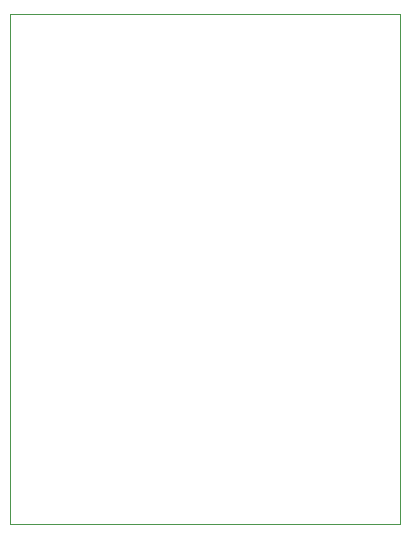
<source format=gbr>
%TF.GenerationSoftware,KiCad,Pcbnew,7.0.1*%
%TF.CreationDate,2023-04-21T04:09:39+01:00*%
%TF.ProjectId,wiikey,7769696b-6579-42e6-9b69-6361645f7063,rev?*%
%TF.SameCoordinates,Original*%
%TF.FileFunction,Profile,NP*%
%FSLAX46Y46*%
G04 Gerber Fmt 4.6, Leading zero omitted, Abs format (unit mm)*
G04 Created by KiCad (PCBNEW 7.0.1) date 2023-04-21 04:09:39*
%MOMM*%
%LPD*%
G01*
G04 APERTURE LIST*
%TA.AperFunction,Profile*%
%ADD10C,0.100000*%
%TD*%
G04 APERTURE END LIST*
D10*
X177444400Y-129057400D02*
X144424400Y-129057400D01*
X144424400Y-85877400D01*
X177444400Y-85877400D01*
X177444400Y-129057400D01*
M02*

</source>
